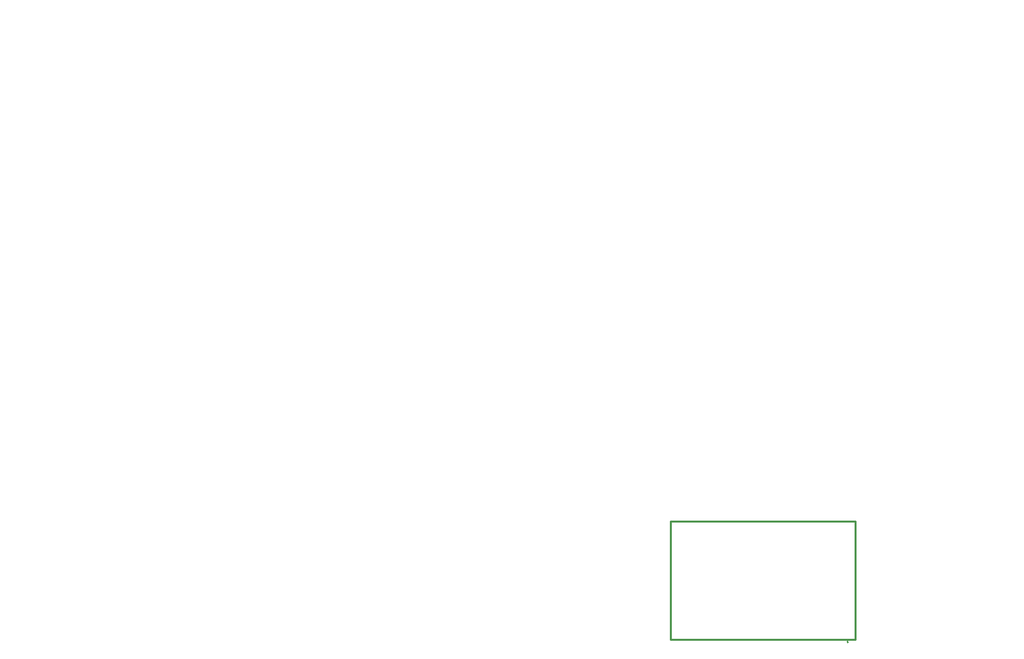
<source format=gbr>
From 3356b4176c49c766511ca06d32581a4a9c205788 Mon Sep 17 00:00:00 2001
From: Blaise Thompson <blaise@untzag.com>
Date: Sat, 24 Apr 2021 17:32:14 -0500
Subject: remove wisconsin crest logo

---
 analog-driver-board/gerber/driver-B_SilkS.gbr | 31 ++++++++++++++-------------
 1 file changed, 16 insertions(+), 15 deletions(-)

(limited to 'analog-driver-board/gerber/driver-B_SilkS.gbr')

diff --git a/analog-driver-board/gerber/driver-B_SilkS.gbr b/analog-driver-board/gerber/driver-B_SilkS.gbr
index cb197fa..234a0f4 100644
--- a/analog-driver-board/gerber/driver-B_SilkS.gbr
+++ b/analog-driver-board/gerber/driver-B_SilkS.gbr
@@ -1,12 +1,12 @@
 %TF.GenerationSoftware,KiCad,Pcbnew,5.1.8+dfsg1-1+b1*%
-%TF.CreationDate,2021-03-05T10:02:30-06:00*%
+%TF.CreationDate,2021-04-24T17:27:20-05:00*%
 %TF.ProjectId,driver,64726976-6572-42e6-9b69-6361645f7063,B*%
 %TF.SameCoordinates,Original*%
 %TF.FileFunction,Legend,Bot*%
 %TF.FilePolarity,Positive*%
 %FSLAX46Y46*%
 G04 Gerber Fmt 4.6, Leading zero omitted, Abs format (unit mm)*
-G04 Created by KiCad (PCBNEW 5.1.8+dfsg1-1+b1) date 2021-03-05 10:02:30*
+G04 Created by KiCad (PCBNEW 5.1.8+dfsg1-1+b1) date 2021-04-24 17:27:20*
 %MOMM*%
 %LPD*%
 G01*
@@ -15,8 +15,8 @@ G04 APERTURE LIST*
 %TA.AperFunction,Profile*%
 %ADD11C,0.100000*%
 %TD*%
-%ADD12C,0.100000*%
-%ADD13C,0.300000*%
+%ADD12C,0.300000*%
+%ADD13C,0.100000*%
 %ADD14C,0.150000*%
 G04 APERTURE END LIST*
 D10*
@@ -297,20 +297,21 @@ X167640000Y-81280000I0J-2540000D01*
 G01*
 D12*
 %TO.C,U2*%
-X142900000Y-107305000D02*
-X142900000Y-87005000D01*
-X142900000Y-87005000D02*
-X111100000Y-87005000D01*
-X111100000Y-87005000D02*
-X111100000Y-107305000D01*
-X111100000Y-107305000D02*
-X142900000Y-107305000D01*
-D13*
-X141500000Y-107655000D02*
-X141500000Y-107655000D01*
 X141500000Y-107755000D02*
 X141500000Y-107755000D01*
 X141500000Y-107655000D02*
+X141500000Y-107655000D01*
+D13*
+X111100000Y-107305000D02*
+X142900000Y-107305000D01*
+X111100000Y-87005000D02*
+X111100000Y-107305000D01*
+X142900000Y-87005000D02*
+X111100000Y-87005000D01*
+X142900000Y-107305000D02*
+X142900000Y-87005000D01*
+D12*
+X141500000Y-107655000D02*
 G75*
 G03*
 X141500000Y-107755000I0J-50000D01*
-- 
cgit v1.2.3


</source>
